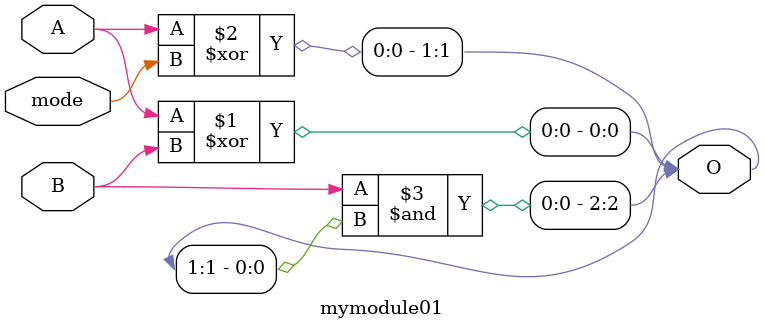
<source format=v>
`timescale 1ns / 1ps
module mymodule01(O,A,B,mode);
	
	output[0:2] O;
	input A,B,mode;
	
	xor G1(O[0],A,B);
	xor G2(O[1],A,mode);
	and G3(O[2],B,O[1]);

endmodule

</source>
